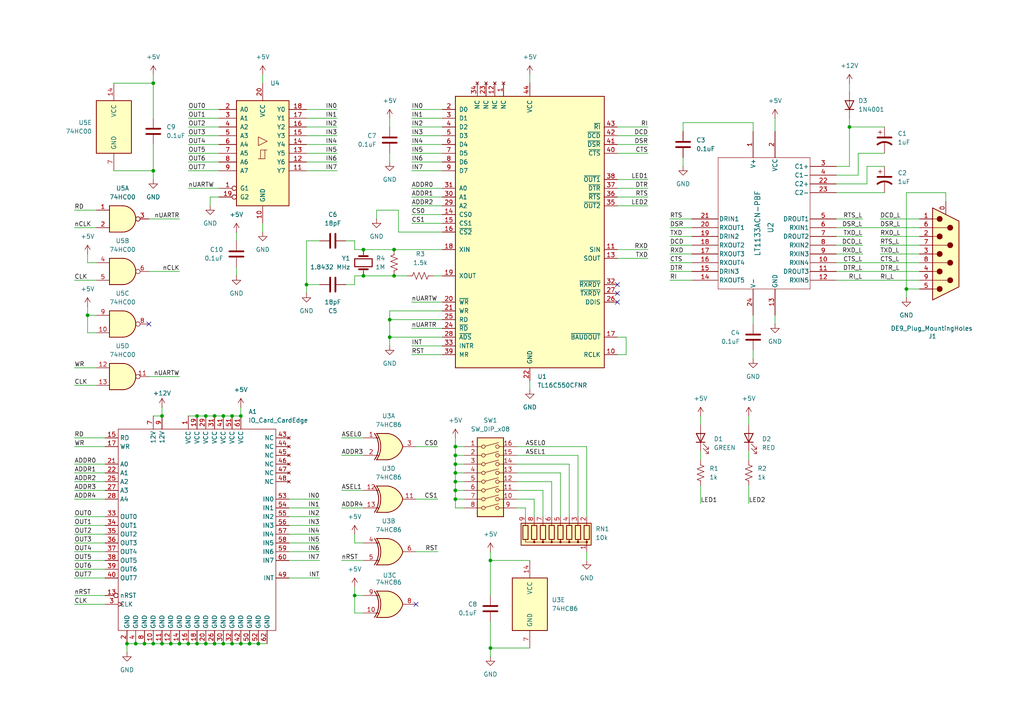
<source format=kicad_sch>
(kicad_sch (version 20231120) (generator "eeschema") (generator_version "8.0")
  (paper "A4")
  (junction (at 62.23 186.69))
  (junction (at 114.3 80.01))
  (junction (at 72.39 186.69))
  (junction (at 54.61 186.69))
  (junction (at 41.91 186.69))
  (junction (at 59.69 186.69))
  (junction (at 57.15 120.65))
  (junction (at 44.45 24.13))
  (junction (at 44.45 186.69))
  (junction (at 132.08 137.16))
  (junction (at 88.9 82.55))
  (junction (at 67.31 186.69))
  (junction (at 142.24 187.96))
  (junction (at 49.53 186.69))
  (junction (at 44.45 49.53))
  (junction (at 74.93 186.69))
  (junction (at 132.08 142.24))
  (junction (at 46.99 120.65))
  (junction (at 67.31 120.65))
  (junction (at 142.24 162.56))
  (junction (at 105.41 72.39))
  (junction (at 132.08 132.08))
  (junction (at 132.08 134.62))
  (junction (at 114.3 72.39))
  (junction (at 113.03 92.71))
  (junction (at 102.87 172.72))
  (junction (at 62.23 120.65))
  (junction (at 132.08 139.7))
  (junction (at 59.69 120.65))
  (junction (at 52.07 186.69))
  (junction (at 113.03 97.79))
  (junction (at 246.38 36.83))
  (junction (at 64.77 186.69))
  (junction (at 262.89 83.82))
  (junction (at 105.41 80.01))
  (junction (at 25.4 91.44))
  (junction (at 57.15 186.69))
  (junction (at 69.85 120.65))
  (junction (at 132.08 129.54))
  (junction (at 132.08 144.78))
  (junction (at 69.85 186.69))
  (junction (at 46.99 186.69))
  (junction (at 39.37 186.69))
  (junction (at 36.83 186.69))
  (junction (at 64.77 120.65))
  (no_connect (at 43.18 93.98))
  (no_connect (at 179.07 87.63))
  (no_connect (at 120.65 175.26))
  (no_connect (at 179.07 85.09))
  (no_connect (at 179.07 82.55))
  (wire (pts (xy 157.48 142.24) (xy 157.48 149.86)))
  (wire (pts (xy 203.2 140.97) (xy 203.2 146.05)))
  (wire (pts (xy 41.91 186.69) (xy 44.45 186.69)))
  (wire (pts (xy 69.85 186.69) (xy 72.39 186.69)))
  (wire (pts (xy 246.38 24.13) (xy 246.38 26.67)))
  (wire (pts (xy 224.79 91.44) (xy 224.79 93.98)))
  (wire (pts (xy 46.99 118.11) (xy 46.99 120.65)))
  (wire (pts (xy 88.9 82.55) (xy 88.9 85.09)))
  (wire (pts (xy 99.06 162.56) (xy 105.41 162.56)))
  (wire (pts (xy 97.79 34.29) (xy 88.9 34.29)))
  (wire (pts (xy 181.61 102.87) (xy 179.07 102.87)))
  (wire (pts (xy 149.86 137.16) (xy 162.56 137.16)))
  (wire (pts (xy 134.62 147.32) (xy 132.08 147.32)))
  (wire (pts (xy 246.38 48.26) (xy 242.57 48.26)))
  (wire (pts (xy 203.2 130.81) (xy 203.2 133.35)))
  (wire (pts (xy 102.87 172.72) (xy 105.41 172.72)))
  (wire (pts (xy 44.45 41.91) (xy 44.45 49.53)))
  (wire (pts (xy 99.06 147.32) (xy 105.41 147.32)))
  (wire (pts (xy 119.38 100.33) (xy 128.27 100.33)))
  (wire (pts (xy 99.06 132.08) (xy 105.41 132.08)))
  (wire (pts (xy 21.59 111.76) (xy 27.94 111.76)))
  (wire (pts (xy 242.57 78.74) (xy 266.7 78.74)))
  (wire (pts (xy 102.87 69.85) (xy 100.33 69.85)))
  (wire (pts (xy 21.59 167.64) (xy 30.48 167.64)))
  (wire (pts (xy 119.38 62.23) (xy 128.27 62.23)))
  (wire (pts (xy 242.57 81.28) (xy 266.7 81.28)))
  (wire (pts (xy 194.31 78.74) (xy 200.66 78.74)))
  (wire (pts (xy 49.53 186.69) (xy 52.07 186.69)))
  (wire (pts (xy 165.1 149.86) (xy 165.1 134.62)))
  (wire (pts (xy 21.59 137.16) (xy 30.48 137.16)))
  (wire (pts (xy 119.38 54.61) (xy 128.27 54.61)))
  (wire (pts (xy 154.94 144.78) (xy 149.86 144.78)))
  (wire (pts (xy 114.3 80.01) (xy 118.11 80.01)))
  (wire (pts (xy 251.46 48.26) (xy 251.46 53.34)))
  (wire (pts (xy 97.79 39.37) (xy 88.9 39.37)))
  (wire (pts (xy 142.24 162.56) (xy 153.67 162.56)))
  (wire (pts (xy 115.57 60.96) (xy 115.57 67.31)))
  (wire (pts (xy 27.94 96.52) (xy 25.4 96.52)))
  (wire (pts (xy 167.64 132.08) (xy 167.64 149.86)))
  (wire (pts (xy 194.31 73.66) (xy 200.66 73.66)))
  (wire (pts (xy 67.31 120.65) (xy 64.77 120.65)))
  (wire (pts (xy 194.31 76.2) (xy 200.66 76.2)))
  (wire (pts (xy 100.33 82.55) (xy 102.87 82.55)))
  (wire (pts (xy 102.87 177.8) (xy 102.87 172.72)))
  (wire (pts (xy 217.17 140.97) (xy 217.17 146.05)))
  (wire (pts (xy 59.69 120.65) (xy 57.15 120.65)))
  (wire (pts (xy 68.58 77.47) (xy 68.58 80.01)))
  (wire (pts (xy 128.27 97.79) (xy 113.03 97.79)))
  (wire (pts (xy 218.44 91.44) (xy 218.44 93.98)))
  (wire (pts (xy 255.27 63.5) (xy 266.7 63.5)))
  (wire (pts (xy 119.38 31.75) (xy 128.27 31.75)))
  (wire (pts (xy 218.44 101.6) (xy 218.44 104.14)))
  (wire (pts (xy 21.59 66.04) (xy 27.94 66.04)))
  (wire (pts (xy 44.45 24.13) (xy 44.45 34.29)))
  (wire (pts (xy 105.41 177.8) (xy 102.87 177.8)))
  (wire (pts (xy 67.31 186.69) (xy 69.85 186.69)))
  (wire (pts (xy 44.45 24.13) (xy 33.02 24.13)))
  (wire (pts (xy 113.03 34.29) (xy 113.03 36.83)))
  (wire (pts (xy 134.62 137.16) (xy 132.08 137.16)))
  (wire (pts (xy 92.71 147.32) (xy 83.82 147.32)))
  (wire (pts (xy 76.2 64.77) (xy 76.2 67.31)))
  (wire (pts (xy 119.38 87.63) (xy 128.27 87.63)))
  (wire (pts (xy 64.77 120.65) (xy 62.23 120.65)))
  (wire (pts (xy 54.61 54.61) (xy 63.5 54.61)))
  (wire (pts (xy 88.9 69.85) (xy 88.9 82.55)))
  (wire (pts (xy 54.61 186.69) (xy 57.15 186.69)))
  (wire (pts (xy 179.07 44.45) (xy 187.96 44.45)))
  (wire (pts (xy 72.39 186.69) (xy 74.93 186.69)))
  (wire (pts (xy 218.44 35.56) (xy 198.12 35.56)))
  (wire (pts (xy 60.96 59.69) (xy 60.96 57.15)))
  (wire (pts (xy 181.61 97.79) (xy 181.61 102.87)))
  (wire (pts (xy 198.12 35.56) (xy 198.12 38.1)))
  (wire (pts (xy 242.57 71.12) (xy 250.19 71.12)))
  (wire (pts (xy 43.18 78.74) (xy 52.07 78.74)))
  (wire (pts (xy 76.2 21.59) (xy 76.2 24.13)))
  (wire (pts (xy 170.18 162.56) (xy 170.18 160.02)))
  (wire (pts (xy 114.3 72.39) (xy 128.27 72.39)))
  (wire (pts (xy 179.07 52.07) (xy 187.96 52.07)))
  (wire (pts (xy 262.89 55.88) (xy 274.32 55.88)))
  (wire (pts (xy 134.62 134.62) (xy 132.08 134.62)))
  (wire (pts (xy 274.32 58.42) (xy 274.32 55.88)))
  (wire (pts (xy 36.83 186.69) (xy 39.37 186.69)))
  (wire (pts (xy 44.45 21.59) (xy 44.45 24.13)))
  (wire (pts (xy 52.07 186.69) (xy 54.61 186.69)))
  (wire (pts (xy 246.38 34.29) (xy 246.38 36.83)))
  (wire (pts (xy 154.94 149.86) (xy 154.94 144.78)))
  (wire (pts (xy 262.89 83.82) (xy 262.89 86.36)))
  (wire (pts (xy 134.62 129.54) (xy 132.08 129.54)))
  (wire (pts (xy 39.37 186.69) (xy 41.91 186.69)))
  (wire (pts (xy 97.79 36.83) (xy 88.9 36.83)))
  (wire (pts (xy 113.03 44.45) (xy 113.03 46.99)))
  (wire (pts (xy 194.31 71.12) (xy 200.66 71.12)))
  (wire (pts (xy 119.38 49.53) (xy 128.27 49.53)))
  (wire (pts (xy 127 160.02) (xy 120.65 160.02)))
  (wire (pts (xy 74.93 186.69) (xy 77.47 186.69)))
  (wire (pts (xy 52.07 63.5) (xy 43.18 63.5)))
  (wire (pts (xy 105.41 72.39) (xy 114.3 72.39)))
  (wire (pts (xy 242.57 50.8) (xy 248.92 50.8)))
  (wire (pts (xy 194.31 66.04) (xy 200.66 66.04)))
  (wire (pts (xy 25.4 96.52) (xy 25.4 91.44)))
  (wire (pts (xy 256.54 36.83) (xy 246.38 36.83)))
  (wire (pts (xy 203.2 120.65) (xy 203.2 123.19)))
  (wire (pts (xy 132.08 139.7) (xy 132.08 142.24)))
  (wire (pts (xy 92.71 149.86) (xy 83.82 149.86)))
  (wire (pts (xy 105.41 157.48) (xy 102.87 157.48)))
  (wire (pts (xy 54.61 41.91) (xy 63.5 41.91)))
  (wire (pts (xy 134.62 132.08) (xy 132.08 132.08)))
  (wire (pts (xy 92.71 154.94) (xy 83.82 154.94)))
  (wire (pts (xy 217.17 130.81) (xy 217.17 133.35)))
  (wire (pts (xy 97.79 49.53) (xy 88.9 49.53)))
  (wire (pts (xy 132.08 137.16) (xy 132.08 139.7)))
  (wire (pts (xy 194.31 68.58) (xy 200.66 68.58)))
  (wire (pts (xy 92.71 144.78) (xy 83.82 144.78)))
  (wire (pts (xy 153.67 110.49) (xy 153.67 113.03)))
  (wire (pts (xy 25.4 76.2) (xy 27.94 76.2)))
  (wire (pts (xy 21.59 134.62) (xy 30.48 134.62)))
  (wire (pts (xy 97.79 44.45) (xy 88.9 44.45)))
  (wire (pts (xy 179.07 39.37) (xy 187.96 39.37)))
  (wire (pts (xy 142.24 180.34) (xy 142.24 187.96)))
  (wire (pts (xy 54.61 46.99) (xy 63.5 46.99)))
  (wire (pts (xy 179.07 97.79) (xy 181.61 97.79)))
  (wire (pts (xy 242.57 68.58) (xy 250.19 68.58)))
  (wire (pts (xy 160.02 149.86) (xy 160.02 139.7)))
  (wire (pts (xy 54.61 36.83) (xy 63.5 36.83)))
  (wire (pts (xy 99.06 142.24) (xy 105.41 142.24)))
  (wire (pts (xy 179.07 72.39) (xy 187.96 72.39)))
  (wire (pts (xy 119.38 59.69) (xy 128.27 59.69)))
  (wire (pts (xy 69.85 118.11) (xy 69.85 120.65)))
  (wire (pts (xy 179.07 74.93) (xy 187.96 74.93)))
  (wire (pts (xy 113.03 97.79) (xy 113.03 100.33)))
  (wire (pts (xy 102.87 69.85) (xy 102.87 72.39)))
  (wire (pts (xy 255.27 71.12) (xy 266.7 71.12)))
  (wire (pts (xy 262.89 83.82) (xy 262.89 55.88)))
  (wire (pts (xy 165.1 134.62) (xy 149.86 134.62)))
  (wire (pts (xy 248.92 44.45) (xy 256.54 44.45)))
  (wire (pts (xy 255.27 68.58) (xy 266.7 68.58)))
  (wire (pts (xy 113.03 90.17) (xy 113.03 92.71)))
  (wire (pts (xy 248.92 50.8) (xy 248.92 44.45)))
  (wire (pts (xy 21.59 60.96) (xy 27.94 60.96)))
  (wire (pts (xy 242.57 55.88) (xy 256.54 55.88)))
  (wire (pts (xy 21.59 157.48) (xy 30.48 157.48)))
  (wire (pts (xy 59.69 186.69) (xy 62.23 186.69)))
  (wire (pts (xy 62.23 120.65) (xy 59.69 120.65)))
  (wire (pts (xy 109.22 60.96) (xy 109.22 63.5)))
  (wire (pts (xy 21.59 139.7) (xy 30.48 139.7)))
  (wire (pts (xy 218.44 38.1) (xy 218.44 35.56)))
  (wire (pts (xy 21.59 129.54) (xy 30.48 129.54)))
  (wire (pts (xy 68.58 67.31) (xy 68.58 69.85)))
  (wire (pts (xy 21.59 175.26) (xy 30.48 175.26)))
  (wire (pts (xy 21.59 144.78) (xy 30.48 144.78)))
  (wire (pts (xy 246.38 36.83) (xy 246.38 48.26)))
  (wire (pts (xy 255.27 73.66) (xy 266.7 73.66)))
  (wire (pts (xy 134.62 139.7) (xy 132.08 139.7)))
  (wire (pts (xy 102.87 80.01) (xy 105.41 80.01)))
  (wire (pts (xy 44.45 49.53) (xy 44.45 52.07)))
  (wire (pts (xy 25.4 73.66) (xy 25.4 76.2)))
  (wire (pts (xy 25.4 88.9) (xy 25.4 91.44)))
  (wire (pts (xy 160.02 139.7) (xy 149.86 139.7)))
  (wire (pts (xy 132.08 132.08) (xy 132.08 134.62)))
  (wire (pts (xy 142.24 187.96) (xy 142.24 190.5)))
  (wire (pts (xy 21.59 165.1) (xy 30.48 165.1)))
  (wire (pts (xy 119.38 34.29) (xy 128.27 34.29)))
  (wire (pts (xy 179.07 54.61) (xy 187.96 54.61)))
  (wire (pts (xy 266.7 83.82) (xy 262.89 83.82)))
  (wire (pts (xy 179.07 59.69) (xy 187.96 59.69)))
  (wire (pts (xy 119.38 102.87) (xy 128.27 102.87)))
  (wire (pts (xy 120.65 129.54) (xy 127 129.54)))
  (wire (pts (xy 21.59 162.56) (xy 30.48 162.56)))
  (wire (pts (xy 44.45 186.69) (xy 46.99 186.69)))
  (wire (pts (xy 44.45 49.53) (xy 33.02 49.53)))
  (wire (pts (xy 54.61 34.29) (xy 63.5 34.29)))
  (wire (pts (xy 224.79 34.29) (xy 224.79 38.1)))
  (wire (pts (xy 21.59 172.72) (xy 30.48 172.72)))
  (wire (pts (xy 198.12 45.72) (xy 198.12 48.26)))
  (wire (pts (xy 142.24 160.02) (xy 142.24 162.56)))
  (wire (pts (xy 105.41 72.39) (xy 102.87 72.39)))
  (wire (pts (xy 83.82 167.64) (xy 92.71 167.64)))
  (wire (pts (xy 21.59 149.86) (xy 30.48 149.86)))
  (wire (pts (xy 25.4 91.44) (xy 27.94 91.44)))
  (wire (pts (xy 54.61 49.53) (xy 63.5 49.53)))
  (wire (pts (xy 105.41 80.01) (xy 114.3 80.01)))
  (wire (pts (xy 162.56 137.16) (xy 162.56 149.86)))
  (wire (pts (xy 242.57 76.2) (xy 266.7 76.2)))
  (wire (pts (xy 57.15 120.65) (xy 54.61 120.65)))
  (wire (pts (xy 92.71 162.56) (xy 83.82 162.56)))
  (wire (pts (xy 57.15 186.69) (xy 59.69 186.69)))
  (wire (pts (xy 113.03 92.71) (xy 128.27 92.71)))
  (wire (pts (xy 132.08 129.54) (xy 132.08 132.08)))
  (wire (pts (xy 62.23 186.69) (xy 64.77 186.69)))
  (wire (pts (xy 119.38 95.25) (xy 128.27 95.25)))
  (wire (pts (xy 92.71 157.48) (xy 83.82 157.48)))
  (wire (pts (xy 179.07 57.15) (xy 187.96 57.15)))
  (wire (pts (xy 132.08 142.24) (xy 132.08 144.78)))
  (wire (pts (xy 52.07 109.22) (xy 43.18 109.22)))
  (wire (pts (xy 153.67 21.59) (xy 153.67 24.13)))
  (wire (pts (xy 115.57 67.31) (xy 128.27 67.31)))
  (wire (pts (xy 21.59 154.94) (xy 30.48 154.94)))
  (wire (pts (xy 102.87 157.48) (xy 102.87 154.94)))
  (wire (pts (xy 54.61 44.45) (xy 63.5 44.45)))
  (wire (pts (xy 54.61 39.37) (xy 63.5 39.37)))
  (wire (pts (xy 97.79 31.75) (xy 88.9 31.75)))
  (wire (pts (xy 134.62 144.78) (xy 132.08 144.78)))
  (wire (pts (xy 149.86 129.54) (xy 170.18 129.54)))
  (wire (pts (xy 194.31 63.5) (xy 200.66 63.5)))
  (wire (pts (xy 119.38 44.45) (xy 128.27 44.45)))
  (wire (pts (xy 92.71 160.02) (xy 83.82 160.02)))
  (wire (pts (xy 102.87 170.18) (xy 102.87 172.72)))
  (wire (pts (xy 21.59 127) (xy 30.48 127)))
  (wire (pts (xy 134.62 142.24) (xy 132.08 142.24)))
  (wire (pts (xy 113.03 92.71) (xy 113.03 97.79)))
  (wire (pts (xy 97.79 46.99) (xy 88.9 46.99)))
  (wire (pts (xy 132.08 127) (xy 132.08 129.54)))
  (wire (pts (xy 132.08 144.78) (xy 132.08 147.32)))
  (wire (pts (xy 21.59 142.24) (xy 30.48 142.24)))
  (wire (pts (xy 54.61 31.75) (xy 63.5 31.75)))
  (wire (pts (xy 149.86 132.08) (xy 167.64 132.08)))
  (wire (pts (xy 64.77 186.69) (xy 67.31 186.69)))
  (wire (pts (xy 120.65 144.78) (xy 127 144.78)))
  (wire (pts (xy 152.4 147.32) (xy 152.4 149.86)))
  (wire (pts (xy 99.06 127) (xy 105.41 127)))
  (wire (pts (xy 92.71 69.85) (xy 88.9 69.85)))
  (wire (pts (xy 97.79 41.91) (xy 88.9 41.91)))
  (wire (pts (xy 119.38 46.99) (xy 128.27 46.99)))
  (wire (pts (xy 21.59 160.02) (xy 30.48 160.02)))
  (wire (pts (xy 179.07 36.83) (xy 187.96 36.83)))
  (wire (pts (xy 149.86 142.24) (xy 157.48 142.24)))
  (wire (pts (xy 46.99 120.65) (xy 44.45 120.65)))
  (wire (pts (xy 109.22 60.96) (xy 115.57 60.96)))
  (wire (pts (xy 60.96 57.15) (xy 63.5 57.15)))
  (wire (pts (xy 102.87 82.55) (xy 102.87 80.01)))
  (wire (pts (xy 119.38 39.37) (xy 128.27 39.37)))
  (wire (pts (xy 119.38 36.83) (xy 128.27 36.83)))
  (wire (pts (xy 46.99 186.69) (xy 49.53 186.69)))
  (wire (pts (xy 119.38 41.91) (xy 128.27 41.91)))
  (wire (pts (xy 119.38 64.77) (xy 128.27 64.77)))
  (wire (pts (xy 179.07 41.91) (xy 187.96 41.91)))
  (wire (pts (xy 242.57 66.04) (xy 266.7 66.04)))
  (wire (pts (xy 92.71 152.4) (xy 83.82 152.4)))
  (wire (pts (xy 251.46 53.34) (xy 242.57 53.34)))
  (wire (pts (xy 217.17 120.65) (xy 217.17 123.19)))
  (wire (pts (xy 88.9 82.55) (xy 92.71 82.55)))
  (wire (pts (xy 242.57 63.5) (xy 250.19 63.5)))
  (wire (pts (xy 119.38 57.15) (xy 128.27 57.15)))
  (wire (pts (xy 142.24 162.56) (xy 142.24 172.72)))
  (wire (pts (xy 149.86 147.32) (xy 152.4 147.32)))
  (wire (pts (xy 142.24 187.96) (xy 153.67 187.96)))
  (wire (pts (xy 21.59 152.4) (xy 30.48 152.4)))
  (wire (pts (xy 170.18 149.86) (xy 170.18 129.54)))
  (wire (pts (xy 36.83 186.69) (xy 36.83 189.23)))
  (wire (pts (xy 21.59 81.28) (xy 27.94 81.28)))
  (wire (pts (xy 132.08 134.62) (xy 132.08 137.16)))
  (wire (pts (xy 128.27 90.17) (xy 113.03 90.17)))
  (wire (pts (xy 69.85 120.65) (xy 67.31 120.65)))
  (wire (pts (xy 242.57 73.66) (xy 250.19 73.66)))
  (wire (pts (xy 194.31 81.28) (xy 200.66 81.28)))
  (wire (pts (xy 21.59 106.68) (xy 27.94 106.68)))
  (wire (pts (xy 256.54 48.26) (xy 251.46 48.26)))
  (wire (pts (xy 125.73 80.01) (xy 128.27 80.01)))
  (label "TXD_L" (at 250.19 68.58 180))
  (label "LED2" (at 217.17 146.05 0))
  (label "CTS_L" (at 255.27 76.2 0))
  (label "DCD_L" (at 255.27 63.5 0))
  (label "RXD_L" (at 250.19 73.66 180))
  (label "OUT6" (at 21.59 165.1 0))
  (label "ADDR3" (at 21.59 142.24 0))
  (label "ADDR0" (at 119.38 54.61 0))
  (label "OUT0" (at 21.59 149.86 0))
  (label "nUARTW" (at 119.38 87.63 0))
  (label "IN5" (at 119.38 44.45 0))
  (label "DTR_L" (at 255.27 78.74 0))
  (label "OUT6" (at 54.61 46.99 0))
  (label "RI" (at 187.96 36.83 180))
  (label "IN7" (at 119.38 49.53 0))
  (label "DSR" (at 187.96 41.91 180))
  (label "OUT4" (at 54.61 41.91 0))
  (label "OUT7" (at 54.61 49.53 0))
  (label "ADDR1" (at 21.59 137.16 0))
  (label "IN2" (at 97.79 36.83 180))
  (label "nUARTW" (at 52.07 109.22 180))
  (label "RXD_L" (at 255.27 68.58 0))
  (label "DTR" (at 187.96 54.61 180))
  (label "OUT5" (at 54.61 44.45 0))
  (label "IN3" (at 92.71 152.4 180))
  (label "IN7" (at 97.79 49.53 180))
  (label "IN6" (at 119.38 46.99 0))
  (label "DSR" (at 194.31 66.04 0))
  (label "nRST" (at 99.06 162.56 0))
  (label "WR" (at 21.59 129.54 0))
  (label "ASEL0" (at 99.06 127 0))
  (label "IN1" (at 97.79 34.29 180))
  (label "IN1" (at 119.38 34.29 0))
  (label "RI_L" (at 250.19 81.28 180))
  (label "IN6" (at 97.79 46.99 180))
  (label "IN7" (at 92.71 162.56 180))
  (label "CS0" (at 127 129.54 180))
  (label "ADDR3" (at 99.06 132.08 0))
  (label "RTS" (at 194.31 63.5 0))
  (label "IN0" (at 97.79 31.75 180))
  (label "IN0" (at 92.71 144.78 180))
  (label "OUT3" (at 21.59 157.48 0))
  (label "TXD" (at 187.96 74.93 180))
  (label "IN0" (at 119.38 31.75 0))
  (label "OUT0" (at 54.61 31.75 0))
  (label "OUT2" (at 54.61 36.83 0))
  (label "ADDR4" (at 99.06 147.32 0))
  (label "IN5" (at 92.71 157.48 180))
  (label "RD" (at 21.59 60.96 0))
  (label "DSR_L" (at 255.27 66.04 0))
  (label "LED1" (at 203.2 146.05 0))
  (label "nUARTW" (at 54.61 54.61 0))
  (label "RD" (at 21.59 127 0))
  (label "CTS" (at 194.31 76.2 0))
  (label "IN1" (at 92.71 147.32 180))
  (label "OUT3" (at 54.61 39.37 0))
  (label "ASEL1" (at 99.06 142.24 0))
  (label "ADDR2" (at 21.59 139.7 0))
  (label "LED1" (at 187.96 52.07 180))
  (label "ADDR2" (at 119.38 59.69 0))
  (label "nRST" (at 21.59 172.72 0))
  (label "nCLK" (at 21.59 66.04 0))
  (label "DSR_L" (at 250.19 66.04 180))
  (label "IN4" (at 92.71 154.94 180))
  (label "CS0" (at 119.38 62.23 0))
  (label "OUT1" (at 54.61 34.29 0))
  (label "INT" (at 119.38 100.33 0))
  (label "OUT5" (at 21.59 162.56 0))
  (label "CS1" (at 119.38 64.77 0))
  (label "IN5" (at 97.79 44.45 180))
  (label "OUT2" (at 21.59 154.94 0))
  (label "WR" (at 21.59 106.68 0))
  (label "OUT4" (at 21.59 160.02 0))
  (label "CLK" (at 21.59 111.76 0))
  (label "IN3" (at 97.79 39.37 180))
  (label "nUARTR" (at 52.07 63.5 180))
  (label "RTS" (at 187.96 57.15 180))
  (label "TXD" (at 194.31 68.58 0))
  (label "RST" (at 127 160.02 180))
  (label "ASEL0" (at 152.4 129.54 0))
  (label "ADDR0" (at 21.59 134.62 0))
  (label "RTS_L" (at 250.19 63.5 180))
  (label "RI" (at 194.31 81.28 0))
  (label "RST" (at 119.38 102.87 0))
  (label "DCD" (at 187.96 39.37 180))
  (label "INT" (at 92.71 167.64 180))
  (label "nCLK" (at 52.07 78.74 180))
  (label "RXD" (at 187.96 72.39 180))
  (label "TXD_L" (at 255.27 73.66 0))
  (label "ADDR4" (at 21.59 144.78 0))
  (label "LED2" (at 187.96 59.69 180))
  (label "RI_L" (at 255.27 81.28 0))
  (label "IN3" (at 119.38 39.37 0))
  (label "OUT1" (at 21.59 152.4 0))
  (label "IN4" (at 97.79 41.91 180))
  (label "RXD" (at 194.31 73.66 0))
  (label "IN2" (at 119.38 36.83 0))
  (label "IN2" (at 92.71 149.86 180))
  (label "nUARTR" (at 119.38 95.25 0))
  (label "IN4" (at 119.38 41.91 0))
  (label "IN6" (at 92.71 160.02 180))
  (label "DTR" (at 194.31 78.74 0))
  (label "CTS_L" (at 250.19 76.2 180))
  (label "CLK" (at 21.59 81.28 0))
  (label "ADDR1" (at 119.38 57.15 0))
  (label "OUT7" (at 21.59 167.64 0))
  (label "CS1" (at 127 144.78 180))
  (label "ASEL1" (at 152.4 132.08 0))
  (label "CTS" (at 187.96 44.45 180))
  (label "RTS_L" (at 255.27 71.12 0))
  (label "DCD" (at 194.31 71.12 0))
  (label "DCD_L" (at 250.19 71.12 180))
  (label "DTR_L" (at 250.19 78.74 180))
  (label "CLK" (at 21.59 175.26 0))
  (symbol (lib_id "LT1133ACN:LT1133ACN-PBF") (at 242.57 50.8 0) (mirror y) (unit 1)
    (property "Reference" "U2" (at 223.52 66.04 90) (effects (font (size 1.524 1.524))))
    (property "Value" "LT1133ACN-PBF" (at 219.71 64.77 90) (effects (font (size 1.524 1.524))))
    (property "Footprint" "Package_DIP:DIP-24_W7.62mm" (effects (hide yes)))
    (property "Datasheet" "LT1133ACN-PBF" (effects (hide yes)))
  )
  (symbol (lib_id "power:GND") (at 76.2 67.31 0) (unit 1)
    (property "Reference" "#PWR016" (effects (hide yes)))
    (property "Value" "GND" (at 76.2 72.39 0))
    (property "Description" "Power symbol creates a global label with name \"GND\" , ground" (effects (hide yes)))
  )
  (symbol (lib_id "74xx:74HC00") (at 33.02 36.83 0) (mirror y) (unit 5)
    (property "Reference" "U5" (at 26.67 35.5599 0) (effects (justify left)))
    (property "Value" "74HC00" (at 26.67 38.0999 0) (effects (justify left)))
    (property "Footprint" "Package_DIP:DIP-14_W7.62mm_Socket" (effects (hide yes)))
    (property "Datasheet" "http://www.ti.com/lit/gpn/sn74hc00" (effects (hide yes)))
    (property "Description" "quad 2-input NAND gate" (effects (hide yes)))
  )
  (symbol (lib_id "Device:C") (at 198.12 41.91 0) (unit 1)
    (property "Reference" "C3" (at 201.93 40.6399 0) (effects (justify left)))
    (property "Value" "0.1uF" (at 201.93 43.1799 0) (effects (justify left)))
    (property "Footprint" "Capacitor_THT:C_Disc_D4.3mm_W1.9mm_P5.00mm" (effects (hide yes)))
    (property "Description" "Unpolarized capacitor" (effects (hide yes)))
  )
  (symbol (lib_id "Connector_Nandy:IO_Card_CardEdge") (at 57.15 142.24 0) (unit 1)
    (property "Reference" "A1" (at 72.0441 119.38 0) (effects (justify left)))
    (property "Value" "IO_Card_CardEdge" (at 72.0441 121.92 0) (effects (justify left)))
    (property "Footprint" "Connector_Nandy:EDAC_395-062-IOCard-CardEdge" (effects (hide yes)))
  )
  (symbol (lib_id "power:+5V") (at 76.2 21.59 0) (unit 1)
    (property "Reference" "#PWR017" (effects (hide yes)))
    (property "Value" "+5V" (at 76.2 16.51 0))
    (property "Description" "Power symbol creates a global label with name \"+5V\"" (effects (hide yes)))
  )
  (symbol (lib_id "power:+12V") (at 46.99 118.11 0) (unit 1)
    (property "Reference" "#PWR030" (effects (hide yes)))
    (property "Value" "+12V" (at 46.99 114.046 0))
    (property "Description" "Power symbol creates a global label with name \"+12V\"" (effects (hide yes)))
  )
  (symbol (lib_id "power:GND") (at 170.18 162.56 0) (unit 1)
    (property "Reference" "#PWR018" (effects (hide yes)))
    (property "Value" "GND" (at 170.18 167.64 0))
    (property "Description" "Power symbol creates a global label with name \"GND\" , ground" (effects (hide yes)))
  )
  (symbol (lib_id "power:GND") (at 68.58 80.01 0) (unit 1)
    (property "Reference" "#PWR033" (effects (hide yes)))
    (property "Value" "GND" (at 68.58 85.09 0))
    (property "Description" "Power symbol creates a global label with name \"GND\" , ground" (effects (hide yes)))
  )
  (symbol (lib_id "Device:C_Polarized_US") (at 256.54 52.07 0) (unit 1)
    (property "Reference" "C2" (at 260.35 50.1649 0) (effects (justify left)))
    (property "Value" "1uF" (at 260.35 52.7049 0) (effects (justify left)))
    (property "Footprint" "Capacitor_THT:CP_Radial_Tantal_D7.0mm_P5.00mm" (effects (hide yes)))
    (property "Description" "Polarized capacitor, US symbol" (effects (hide yes)))
  )
  (symbol (lib_id "Device:R_US") (at 203.2 137.16 0) (unit 1)
    (property "Reference" "R1" (at 205.74 135.8899 0) (effects (justify left)))
    (property "Value" "1k" (at 205.74 138.4299 0) (effects (justify left)))
    (property "Footprint" "Resistor_THT:R_Axial_DIN0207_L6.3mm_D2.5mm_P10.16mm_Horizontal" (effects (hide yes)))
    (property "Description" "Resistor, US symbol" (effects (hide yes)))
  )
  (symbol (lib_id "Device:C") (at 96.52 82.55 90) (unit 1)
    (property "Reference" "C5" (at 96.52 90.17 90))
    (property "Value" "18pF" (at 96.52 87.63 90))
    (property "Footprint" "Capacitor_THT:C_Disc_D4.3mm_W1.9mm_P5.00mm" (effects (hide yes)))
    (property "Description" "Unpolarized capacitor" (effects (hide yes)))
  )
  (symbol (lib_id "power:GND") (at 262.89 86.36 0) (mirror y) (unit 1)
    (property "Reference" "#PWR01" (effects (hide yes)))
    (property "Value" "GND" (at 262.89 91.44 0))
    (property "Description" "Power symbol creates a global label with name \"GND\" , ground" (effects (hide yes)))
  )
  (symbol (lib_id "power:GND") (at 198.12 48.26 0) (unit 1)
    (property "Reference" "#PWR06" (effects (hide yes)))
    (property "Value" "GND" (at 198.12 53.34 0))
    (property "Description" "Power symbol creates a global label with name \"GND\" , ground" (effects (hide yes)))
  )
  (symbol (lib_id "power:GND") (at 113.03 46.99 0) (unit 1)
    (property "Reference" "#PWR014" (effects (hide yes)))
    (property "Value" "GND" (at 113.03 52.07 0))
    (property "Description" "Power symbol creates a global label with name \"GND\" , ground" (effects (hide yes)))
  )
  (symbol (lib_id "power:+5V") (at 113.03 34.29 0) (unit 1)
    (property "Reference" "#PWR013" (effects (hide yes)))
    (property "Value" "+5V" (at 113.03 29.21 0))
    (property "Description" "Power symbol creates a global label with name \"+5V\"" (effects (hide yes)))
  )
  (symbol (lib_id "Device:R_US") (at 121.92 80.01 90) (unit 1)
    (property "Reference" "R3" (at 121.92 73.66 90))
    (property "Value" "1.5k" (at 121.92 76.2 90))
    (property "Footprint" "Resistor_THT:R_Axial_DIN0207_L6.3mm_D2.5mm_P10.16mm_Horizontal" (effects (hide yes)))
    (property "Description" "Resistor, US symbol" (effects (hide yes)))
  )
  (symbol (lib_id "Device:C") (at 218.44 97.79 0) (mirror y) (unit 1)
    (property "Reference" "C4" (at 214.63 96.5199 0) (effects (justify left)))
    (property "Value" "0.1uF" (at 214.63 99.0599 0) (effects (justify left)))
    (property "Footprint" "Capacitor_THT:C_Disc_D4.3mm_W1.9mm_P5.00mm" (effects (hide yes)))
    (property "Description" "Unpolarized capacitor" (effects (hide yes)))
  )
  (symbol (lib_id "power:GND") (at 109.22 63.5 0) (unit 1)
    (property "Reference" "#PWR012" (effects (hide yes)))
    (property "Value" "GND" (at 109.22 68.58 0))
    (property "Description" "Power symbol creates a global label with name \"GND\" , ground" (effects (hide yes)))
  )
  (symbol (lib_id "Device:C") (at 68.58 73.66 0) (mirror y) (unit 1)
    (property "Reference" "C10" (at 64.77 72.3899 0) (effects (justify left)))
    (property "Value" "0.1uF" (at 64.77 74.9299 0) (effects (justify left)))
    (property "Footprint" "Capacitor_THT:C_Disc_D4.3mm_W1.9mm_P5.00mm" (effects (hide yes)))
    (property "Description" "Unpolarized capacitor" (effects (hide yes)))
  )
  (symbol (lib_id "power:+5V") (at 69.85 118.11 0) (unit 1)
    (property "Reference" "#PWR024" (effects (hide yes)))
    (property "Value" "+5V" (at 69.85 113.03 0))
    (property "Description" "Power symbol creates a global label with name \"+5V\"" (effects (hide yes)))
  )
  (symbol (lib_id "power:GND") (at 36.83 189.23 0) (unit 1)
    (property "Reference" "#PWR023" (effects (hide yes)))
    (property "Value" "GND" (at 36.83 194.31 0))
    (property "Description" "Power symbol creates a global label with name \"GND\" , ground" (effects (hide yes)))
  )
  (symbol (lib_id "power:+5V") (at 224.79 34.29 0) (unit 1)
    (property "Reference" "#PWR02" (effects (hide yes)))
    (property "Value" "+5V" (at 224.79 29.21 0))
    (property "Description" "Power symbol creates a global label with name \"+5V\"" (effects (hide yes)))
  )
  (symbol (lib_id "power:+5V") (at 25.4 73.66 0) (unit 1)
    (property "Reference" "#PWR026" (effects (hide yes)))
    (property "Value" "+5V" (at 25.4 68.58 0))
    (property "Description" "Power symbol creates a global label with name \"+5V\"" (effects (hide yes)))
  )
  (symbol (lib_id "power:GND") (at 88.9 85.09 0) (unit 1)
    (property "Reference" "#PWR010" (effects (hide yes)))
    (property "Value" "GND" (at 88.9 90.17 0))
    (property "Description" "Power symbol creates a global label with name \"GND\" , ground" (effects (hide yes)))
  )
  (symbol (lib_id "power:GND") (at 44.45 52.07 0) (mirror y) (unit 1)
    (property "Reference" "#PWR027" (effects (hide yes)))
    (property "Value" "GND" (at 44.45 57.15 0))
    (property "Description" "Power symbol creates a global label with name \"GND\" , ground" (effects (hide yes)))
  )
  (symbol (lib_id "74xx:74HC00") (at 35.56 63.5 0) (unit 1)
    (property "Reference" "U5" (at 35.5517 54.61 0))
    (property "Value" "74HC00" (at 35.5517 57.15 0))
    (property "Footprint" "Package_DIP:DIP-14_W7.62mm_Socket" (effects (hide yes)))
    (property "Datasheet" "http://www.ti.com/lit/gpn/sn74hc00" (effects (hide yes)))
    (property "Description" "quad 2-input NAND gate" (effects (hide yes)))
  )
  (symbol (lib_id "Device:R_US") (at 114.3 76.2 0) (mirror y) (unit 1)
    (property "Reference" "R4" (at 111.76 74.9299 0) (effects (justify left)))
    (property "Value" "1M" (at 111.76 77.4699 0) (effects (justify left)))
    (property "Footprint" "Resistor_THT:R_Axial_DIN0207_L6.3mm_D2.5mm_P10.16mm_Horizontal" (effects (hide yes)))
    (property "Description" "Resistor, US symbol" (effects (hide yes)))
  )
  (symbol (lib_id "power:+5V") (at 203.2 120.65 0) (unit 1)
    (property "Reference" "#PWR09" (effects (hide yes)))
    (property "Value" "+5V" (at 203.2 115.57 0))
    (property "Description" "Power symbol creates a global label with name \"+5V\"" (effects (hide yes)))
  )
  (symbol (lib_id "Device:C") (at 44.45 38.1 0) (unit 1)
    (property "Reference" "C9" (at 48.26 36.8299 0) (effects (justify left)))
    (property "Value" "0.1uF" (at 48.26 39.3699 0) (effects (justify left)))
    (property "Footprint" "Capacitor_THT:C_Disc_D4.3mm_W1.9mm_P5.00mm" (effects (hide yes)))
    (property "Description" "Unpolarized capacitor" (effects (hide yes)))
  )
  (symbol (lib_id "74xx:74AHC541") (at 76.2 44.45 0) (unit 1)
    (property "Reference" "U4" (at 78.3941 24.13 0) (effects (justify left)))
    (property "Value" "74AHC541" (effects (hide yes)))
    (property "Footprint" "Package_DIP:DIP-20_W7.62mm_Socket" (effects (hide yes)))
    (property "Datasheet" "https://www.ti.com/lit/ds/symlink/sn74ahc541.pdf" (effects (hide yes)))
    (property "Description" "8-bit Buffer/Line Driver 3-state outputs" (effects (hide yes)))
  )
  (symbol (lib_id "74xx:74HC00") (at 35.56 93.98 0) (unit 3)
    (property "Reference" "U5" (at 35.5517 85.09 0))
    (property "Value" "74HC00" (at 35.5517 87.63 0))
    (property "Footprint" "Package_DIP:DIP-14_W7.62mm_Socket" (effects (hide yes)))
    (property "Datasheet" "http://www.ti.com/lit/gpn/sn74hc00" (effects (hide yes)))
    (property "Description" "quad 2-input NAND gate" (effects (hide yes)))
  )
  (symbol (lib_id "Connector:DE9_Plug_MountingHoles") (at 274.32 73.66 0) (mirror x) (unit 1)
    (property "Reference" "J1" (at 269.24 97.536 0) (effects (justify left)))
    (property "Value" "DE9_Plug_MountingHoles" (at 258.318 95.25 0) (effects (justify left)))
    (property "Footprint" "Connector_Dsub:DSUB-9_Male_Horizontal_P2.77x2.84mm_EdgePinOffset7.70mm_Housed_MountingHolesOffset9.12mm" (effects (hide yes)))
    (property "Description" "9-pin male plug pin D-SUB connector, Mounting Hole" (effects (hide yes)))
  )
  (symbol (lib_id "power:GND") (at 142.24 190.5 0) (unit 1)
    (property "Reference" "#PWR021" (effects (hide yes)))
    (property "Value" "GND" (at 142.24 195.58 0))
    (property "Description" "Power symbol creates a global label with name \"GND\" , ground" (effects (hide yes)))
  )
  (symbol (lib_id "power:+5V") (at 142.24 160.02 0) (unit 1)
    (property "Reference" "#PWR020" (effects (hide yes)))
    (property "Value" "+5V" (at 142.24 154.94 0))
    (property "Description" "Power symbol creates a global label with name \"+5V\"" (effects (hide yes)))
  )
  (symbol (lib_id "74xx:74HC86") (at 113.03 175.26 0) (unit 3)
    (property "Reference" "U3" (at 113.03 166.878 0))
    (property "Value" "74HC86" (at 112.7252 168.91 0))
    (property "Footprint" "Package_DIP:DIP-14_W7.62mm_Socket" (effects (hide yes)))
    (property "Datasheet" "http://www.ti.com/lit/gpn/sn74HC86" (effects (hide yes)))
    (property "Description" "Quad 2-input XOR" (effects (hide yes)))
  )
  (symbol (lib_id "Device:Crystal") (at 105.41 76.2 90) (unit 1)
    (property "Reference" "Y1" (at 101.6 74.9299 90) (effects (justify left)))
    (property "Value" "1.8432 MHz" (at 101.6 77.4699 90) (effects (justify left)))
    (property "Footprint" "Crystal:Crystal_HC49-U_Vertical" (effects (hide yes)))
    (property "Description" "Two pin crystal" (effects (hide yes)))
  )
  (symbol (lib_id "74xx:74HC86") (at 153.67 175.26 0) (unit 5)
    (property "Reference" "U3" (at 160.02 173.9899 0) (effects (justify left)))
    (property "Value" "74HC86" (at 160.02 176.5299 0) (effects (justify left)))
    (property "Footprint" "Package_DIP:DIP-14_W7.62mm_Socket" (effects (hide yes)))
    (property "Datasheet" "http://www.ti.com/lit/gpn/sn74HC86" (effects (hide yes)))
    (property "Description" "Quad 2-input XOR" (effects (hide yes)))
  )
  (symbol (lib_id "power:+5V") (at 102.87 170.18 0) (unit 1)
    (property "Reference" "#PWR029" (effects (hide yes)))
    (property "Value" "+5V" (at 102.87 165.1 0))
    (property "Description" "Power symbol creates a global label with name \"+5V\"" (effects (hide yes)))
  )
  (symbol (lib_id "Device:R_US") (at 217.17 137.16 0) (unit 1)
    (property "Reference" "R2" (at 219.71 135.8899 0) (effects (justify left)))
    (property "Value" "1k" (at 219.71 138.4299 0) (effects (justify left)))
    (property "Footprint" "Resistor_THT:R_Axial_DIN0207_L6.3mm_D2.5mm_P10.16mm_Horizontal" (effects (hide yes)))
    (property "Description" "Resistor, US symbol" (effects (hide yes)))
  )
  (symbol (lib_id "74xx:74HC86") (at 113.03 129.54 0) (unit 1)
    (property "Reference" "U3" (at 112.7252 120.65 0))
    (property "Value" "74HC86" (at 112.7252 123.19 0))
    (property "Footprint" "Package_DIP:DIP-14_W7.62mm_Socket" (effects (hide yes)))
    (property "Datasheet" "http://www.ti.com/lit/gpn/sn74HC86" (effects (hide yes)))
    (property "Description" "Quad 2-input XOR" (effects (hide yes)))
  )
  (symbol (lib_id "Device:C") (at 142.24 176.53 0) (mirror y) (unit 1)
    (property "Reference" "C8" (at 138.43 175.2599 0) (effects (justify left)))
    (property "Value" "0.1uF" (at 138.43 177.7999 0) (effects (justify left)))
    (property "Footprint" "Capacitor_THT:C_Disc_D4.3mm_W1.9mm_P5.00mm" (effects (hide yes)))
    (property "Description" "Unpolarized capacitor" (effects (hide yes)))
  )
  (symbol (lib_id "74xx:74HC86") (at 113.03 144.78 0) (unit 4)
    (property "Reference" "U3" (at 112.7252 135.89 0))
    (property "Value" "74HC86" (at 112.7252 138.43 0))
    (property "Footprint" "Package_DIP:DIP-14_W7.62mm_Socket" (effects (hide yes)))
    (property "Datasheet" "http://www.ti.com/lit/gpn/sn74HC86" (effects (hide yes)))
    (property "Description" "Quad 2-input XOR" (effects (hide yes)))
  )
  (symbol (lib_id "Device:LED") (at 217.17 127 90) (unit 1)
    (property "Reference" "D2" (at 220.98 127.3174 90) (effects (justify right)))
    (property "Value" "RED" (at 220.98 129.8574 90) (effects (justify right)))
    (property "Footprint" "LED_THT:LED_D5.0mm" (effects (hide yes)))
    (property "Description" "Light emitting diode" (effects (hide yes)))
  )
  (symbol (lib_id "Device:C_Polarized_US") (at 256.54 40.64 0) (unit 1)
    (property "Reference" "C1" (at 260.35 38.7349 0) (effects (justify left)))
    (property "Value" "1uF" (at 260.35 41.2749 0) (effects (justify left)))
    (property "Footprint" "Capacitor_THT:CP_Radial_Tantal_D7.0mm_P5.00mm" (effects (hide yes)))
    (property "Description" "Polarized capacitor, US symbol" (effects (hide yes)))
  )
  (symbol (lib_id "power:+5V") (at 25.4 88.9 0) (unit 1)
    (property "Reference" "#PWR028" (effects (hide yes)))
    (property "Value" "+5V" (at 25.4 83.82 0))
    (property "Description" "Power symbol creates a global label with name \"+5V\"" (effects (hide yes)))
  )
  (symbol (lib_id "power:GND") (at 218.44 104.14 0) (mirror y) (unit 1)
    (property "Reference" "#PWR07" (effects (hide yes)))
    (property "Value" "GND" (at 218.44 109.22 0))
    (property "Description" "Power symbol creates a global label with name \"GND\" , ground" (effects (hide yes)))
  )
  (symbol (lib_id "power:GND") (at 113.03 100.33 0) (unit 1)
    (property "Reference" "#PWR011" (effects (hide yes)))
    (property "Value" "GND" (at 113.03 105.41 0))
    (property "Description" "Power symbol creates a global label with name \"GND\" , ground" (effects (hide yes)))
  )
  (symbol (lib_id "power:+5V") (at 44.45 21.59 0) (mirror y) (unit 1)
    (property "Reference" "#PWR022" (effects (hide yes)))
    (property "Value" "+5V" (at 44.45 16.51 0))
    (property "Description" "Power symbol creates a global label with name \"+5V\"" (effects (hide yes)))
  )
  (symbol (lib_id "Device:R_Network08") (at 160.02 154.94 180) (unit 1)
    (property "Reference" "RN1" (at 172.72 153.4159 0) (effects (justify right)))
    (property "Value" "10k" (at 172.72 155.9559 0) (effects (justify right)))
    (property "Footprint" "Resistor_THT:R_Array_SIP9" (effects (hide yes)))
    (property "Datasheet" "http://www.vishay.com/docs/31509/csc.pdf" (effects (hide yes)))
    (property "Description" "8 resistor network, star topology, bussed resistors, small symbol" (effects (hide yes)))
  )
  (symbol (lib_id "power:+5V") (at 153.67 21.59 0) (unit 1)
    (property "Reference" "#PWR03" (effects (hide yes)))
    (property "Value" "+5V" (at 153.67 16.51 0))
    (property "Description" "Power symbol creates a global label with name \"+5V\"" (effects (hide yes)))
  )
  (symbol (lib_id "power:GND") (at 60.96 59.69 0) (unit 1)
    (property "Reference" "#PWR015" (effects (hide yes)))
    (property "Value" "GND" (at 60.96 64.77 0))
    (property "Description" "Power symbol creates a global label with name \"GND\" , ground" (effects (hide yes)))
  )
  (symbol (lib_id "Diode:1N4001") (at 246.38 30.48 90) (unit 1)
    (property "Reference" "D3" (at 248.92 29.2099 90) (effects (justify right)))
    (property "Value" "1N4001" (at 248.92 31.7499 90) (effects (justify right)))
    (property "Footprint" "Diode_THT:D_DO-41_SOD81_P10.16mm_Horizontal" (effects (hide yes)))
    (property "Datasheet" "http://www.vishay.com/docs/88503/1n4001.pdf" (effects (hide yes)))
    (property "Description" "50V 1A General Purpose Rectifier Diode, DO-41" (effects (hide yes)))
    (property "Sim.Device" "D" (effects (hide yes)))
    (property "Sim.Pins" "1=K 2=A" (effects (hide yes)))
  )
  (symbol (lib_id "power:+5V") (at 217.17 120.65 0) (unit 1)
    (property "Reference" "#PWR08" (effects (hide yes)))
    (property "Value" "+5V" (at 217.17 115.57 0))
    (property "Description" "Power symbol creates a global label with name \"+5V\"" (effects (hide yes)))
  )
  (symbol (lib_id "74xx:74HC00") (at 35.56 78.74 0) (unit 2)
    (property "Reference" "U5" (at 35.5517 69.85 0))
    (property "Value" "74HC00" (at 35.5517 72.39 0))
    (property "Footprint" "Package_DIP:DIP-14_W7.62mm_Socket" (effects (hide yes)))
    (property "Datasheet" "http://www.ti.com/lit/gpn/sn74hc00" (effects (hide yes)))
    (property "Description" "quad 2-input NAND gate" (effects (hide yes)))
  )
  (symbol (lib_id "power:GND") (at 224.79 93.98 0) (unit 1)
    (property "Reference" "#PWR04" (effects (hide yes)))
    (property "Value" "GND" (at 224.79 99.06 0))
    (property "Description" "Power symbol creates a global label with name \"GND\" , ground" (effects (hide yes)))
  )
  (symbol (lib_id "power:+5V") (at 68.58 67.31 0) (unit 1)
    (property "Reference" "#PWR032" (effects (hide yes)))
    (property "Value" "+5V" (at 68.58 62.23 0))
    (property "Description" "Power symbol creates a global label with name \"+5V\"" (effects (hide yes)))
  )
  (symbol (lib_id "Device:C") (at 96.52 69.85 270) (mirror x) (unit 1)
    (property "Reference" "C6" (at 96.52 62.23 90))
    (property "Value" "18pF" (at 96.52 64.77 90))
    (property "Footprint" "Capacitor_THT:C_Disc_D4.3mm_W1.9mm_P5.00mm" (effects (hide yes)))
    (property "Description" "Unpolarized capacitor" (effects (hide yes)))
  )
  (symbol (lib_id "74xx:74HC00") (at 35.56 109.22 0) (unit 4)
    (property "Reference" "U5" (at 35.5517 100.33 0))
    (property "Value" "74HC00" (at 35.5517 102.87 0))
    (property "Footprint" "Package_DIP:DIP-14_W7.62mm_Socket" (effects (hide yes)))
    (property "Datasheet" "http://www.ti.com/lit/gpn/sn74hc00" (effects (hide yes)))
    (property "Description" "quad 2-input NAND gate" (effects (hide yes)))
  )
  (symbol (lib_id "Switch:SW_DIP_x08") (at 142.24 139.7 0) (unit 1)
    (property "Reference" "SW1" (at 142.24 121.92 0))
    (property "Value" "SW_DIP_x08" (at 142.24 124.46 0))
    (property "Footprint" "Button_Switch_THT:SW_DIP_SPSTx08_Slide_6.7x21.88mm_W7.62mm_P2.54mm_LowProfile" (effects (hide yes)))
    (property "Description" "8x DIP Switch, Single Pole Single Throw (SPST) switch, small symbol" (effects (hide yes)))
  )
  (symbol (lib_id "Interface_UART_Custom:TL16C550CFNR") (at 153.67 67.31 0) (unit 1)
    (property "Reference" "U1" (at 155.8641 109.22 0) (effects (justify left)))
    (property "Value" "TL16C550CFNR" (at 155.8641 111.76 0) (effects (justify left)))
    (property "Footprint" "Package_LCC:PLCC-44_THT-Socket" (effects (hide yes)))
    (property "Datasheet" "https://www.ti.com/lit/ds/symlink/tl16c550c.pdf" (effects (hide yes)))
    (property "Description" "TL16C550C Asynchronous Communications Element with Autoflow Control" (effects (hide yes)))
  )
  (symbol (lib_id "74xx:74HC86") (at 113.03 160.02 0) (unit 2)
    (property "Reference" "U3" (at 112.7252 151.13 0))
    (property "Value" "74HC86" (at 112.7252 153.67 0))
    (property "Footprint" "Package_DIP:DIP-14_W7.62mm_Socket" (effects (hide yes)))
    (property "Datasheet" "http://www.ti.com/lit/gpn/sn74HC86" (effects (hide yes)))
    (property "Description" "Quad 2-input XOR" (effects (hide yes)))
  )
  (symbol (lib_id "power:+5V") (at 102.87 154.94 0) (unit 1)
    (property "Reference" "#PWR025" (effects (hide yes)))
    (property "Value" "+5V" (at 102.87 149.86 0))
    (property "Description" "Power symbol creates a global label with name \"+5V\"" (effects (hide yes)))
  )
  (symbol (lib_id "power:+5V") (at 132.08 127 0) (unit 1)
    (property "Reference" "#PWR019" (effects (hide yes)))
    (property "Value" "+5V" (at 132.08 121.92 0))
    (property "Description" "Power symbol creates a global label with name \"+5V\"" (effects (hide yes)))
  )
  (symbol (lib_id "power:+12V") (at 246.38 24.13 0) (unit 1)
    (property "Reference" "#PWR031" (effects (hide yes)))
    (property "Value" "+12V" (at 246.38 19.05 0))
    (property "Description" "Power symbol creates a global label with name \"+12V\"" (effects (hide yes)))
  )
  (symbol (lib_id "Device:LED") (at 203.2 127 90) (unit 1)
    (property "Reference" "D1" (at 207.01 127.3174 90) (effects (justify right)))
    (property "Value" "GREEN" (at 207.01 129.8574 90) (effects (justify right)))
    (property "Footprint" "LED_THT:LED_D5.0mm" (effects (hide yes)))
    (property "Description" "Light emitting diode" (effects (hide yes)))
  )
  (symbol (lib_id "power:GND") (at 153.67 113.03 0) (unit 1)
    (property "Reference" "#PWR05" (effects (hide yes)))
    (property "Value" "GND" (at 153.67 118.11 0))
    (property "Description" "Power symbol creates a global label with name \"GND\" , ground" (effects (hide yes)))
  )
  (symbol (lib_id "Device:C") (at 113.03 40.64 0) (mirror y) (unit 1)
    (property "Reference" "C7" (at 109.22 39.3699 0) (effects (justify left)))
    (property "Value" "0.1uF" (at 109.22 41.9099 0) (effects (justify left)))
    (property "Footprint" "Capacitor_THT:C_Disc_D4.3mm_W1.9mm_P5.00mm" (effects (hide yes)))
    (property "Description" "Unpolarized capacitor" (effects (hide yes)))
  )
)
</source>
